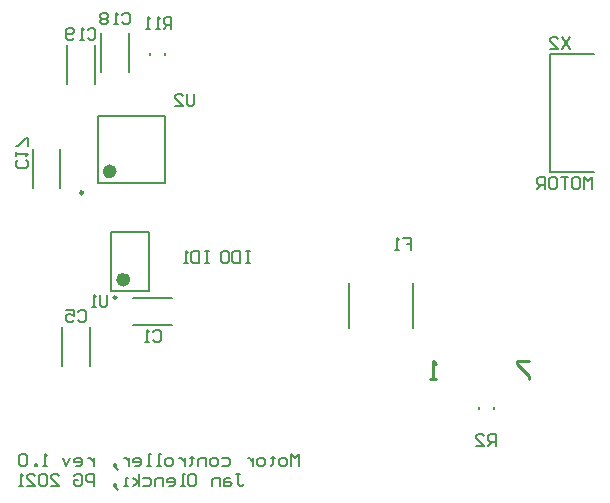
<source format=gbo>
G04*
G04 #@! TF.GenerationSoftware,Altium Limited,Altium Designer,21.4.1 (30)*
G04*
G04 Layer_Color=32896*
%FSLAX24Y24*%
%MOIN*%
G70*
G04*
G04 #@! TF.SameCoordinates,E320E570-2092-40B9-98FA-40774E7A4B3A*
G04*
G04*
G04 #@! TF.FilePolarity,Positive*
G04*
G01*
G75*
%ADD10C,0.0100*%
%ADD12C,0.0236*%
%ADD13C,0.0098*%
%ADD14C,0.0079*%
D10*
X17720Y11281D02*
X17520D01*
X17620D01*
Y11881D01*
X17720Y11781D01*
X20820Y11881D02*
X20420D01*
Y11781D01*
X20820Y11381D01*
Y11281D01*
D12*
X7402Y14606D02*
G03*
X7402Y14606I-118J0D01*
G01*
X6949Y18209D02*
G03*
X6949Y18209I-118J0D01*
G01*
D13*
X7057Y14016D02*
G03*
X7057Y14016I-49J0D01*
G01*
X5935Y17500D02*
G03*
X5935Y17500I-49J0D01*
G01*
D14*
X14795Y12982D02*
Y14498D01*
X16937Y12982D02*
Y14498D01*
X21496Y18189D02*
Y22126D01*
Y18189D02*
X22992D01*
X21496Y22126D02*
X22992D01*
X6890Y16181D02*
X8150D01*
X6890Y14213D02*
Y16181D01*
X8150Y14213D02*
Y16181D01*
X6890Y14213D02*
X8150D01*
X6544Y21515D02*
Y22816D01*
X7472Y21515D02*
Y22816D01*
X5402Y21121D02*
Y22422D01*
X6330Y21121D02*
Y22422D01*
X8179Y22097D02*
Y22155D01*
X8671Y22097D02*
Y22155D01*
X7617Y14007D02*
X8919D01*
X7617Y13079D02*
X8919D01*
X19135Y10286D02*
Y10344D01*
X19627Y10286D02*
Y10344D01*
X6172Y11711D02*
Y13013D01*
X5245Y11711D02*
Y13013D01*
X5188Y17656D02*
Y18958D01*
X4261Y17656D02*
Y18958D01*
X6437Y17815D02*
Y20059D01*
X8681Y17815D02*
Y20059D01*
X6437Y17815D02*
X8681D01*
X6437Y20059D02*
X8681D01*
X10151Y15551D02*
X10020D01*
X10085D01*
Y15157D01*
X10151D01*
X10020D01*
X9823Y15551D02*
Y15157D01*
X9626D01*
X9560Y15223D01*
Y15485D01*
X9626Y15551D01*
X9823D01*
X9429Y15157D02*
X9298D01*
X9364D01*
Y15551D01*
X9429Y15485D01*
X13133Y8391D02*
Y8784D01*
X13002Y8653D01*
X12871Y8784D01*
Y8391D01*
X12674D02*
X12543D01*
X12478Y8456D01*
Y8588D01*
X12543Y8653D01*
X12674D01*
X12740Y8588D01*
Y8456D01*
X12674Y8391D01*
X12281Y8719D02*
Y8653D01*
X12346D01*
X12215D01*
X12281D01*
Y8456D01*
X12215Y8391D01*
X11953D02*
X11822D01*
X11756Y8456D01*
Y8588D01*
X11822Y8653D01*
X11953D01*
X12018Y8588D01*
Y8456D01*
X11953Y8391D01*
X11625Y8653D02*
Y8391D01*
Y8522D01*
X11559Y8588D01*
X11494Y8653D01*
X11428D01*
X10575D02*
X10772D01*
X10838Y8588D01*
Y8456D01*
X10772Y8391D01*
X10575D01*
X10378D02*
X10247D01*
X10182Y8456D01*
Y8588D01*
X10247Y8653D01*
X10378D01*
X10444Y8588D01*
Y8456D01*
X10378Y8391D01*
X10050D02*
Y8653D01*
X9854D01*
X9788Y8588D01*
Y8391D01*
X9591Y8719D02*
Y8653D01*
X9657D01*
X9526D01*
X9591D01*
Y8456D01*
X9526Y8391D01*
X9329Y8653D02*
Y8391D01*
Y8522D01*
X9263Y8588D01*
X9198Y8653D01*
X9132D01*
X8870Y8391D02*
X8739D01*
X8673Y8456D01*
Y8588D01*
X8739Y8653D01*
X8870D01*
X8935Y8588D01*
Y8456D01*
X8870Y8391D01*
X8542D02*
X8411D01*
X8476D01*
Y8784D01*
X8542D01*
X8214Y8391D02*
X8083D01*
X8148D01*
Y8784D01*
X8214D01*
X7689Y8391D02*
X7820D01*
X7886Y8456D01*
Y8588D01*
X7820Y8653D01*
X7689D01*
X7623Y8588D01*
Y8522D01*
X7886D01*
X7492Y8653D02*
Y8391D01*
Y8522D01*
X7427Y8588D01*
X7361Y8653D01*
X7295D01*
X7033Y8325D02*
X6967Y8391D01*
Y8456D01*
X7033D01*
Y8391D01*
X6967D01*
X7033Y8325D01*
X7099Y8260D01*
X6312Y8653D02*
Y8391D01*
Y8522D01*
X6246Y8588D01*
X6180Y8653D01*
X6115D01*
X5721Y8391D02*
X5852D01*
X5918Y8456D01*
Y8588D01*
X5852Y8653D01*
X5721D01*
X5656Y8588D01*
Y8522D01*
X5918D01*
X5524Y8653D02*
X5393Y8391D01*
X5262Y8653D01*
X4737Y8391D02*
X4606D01*
X4672D01*
Y8784D01*
X4737Y8719D01*
X4409Y8391D02*
Y8456D01*
X4344D01*
Y8391D01*
X4409D01*
X4081Y8719D02*
X4016Y8784D01*
X3884D01*
X3819Y8719D01*
Y8456D01*
X3884Y8391D01*
X4016D01*
X4081Y8456D01*
Y8719D01*
X11034Y8123D02*
X11166D01*
X11100D01*
Y7795D01*
X11166Y7730D01*
X11231D01*
X11297Y7795D01*
X10838Y7992D02*
X10706D01*
X10641Y7926D01*
Y7730D01*
X10838D01*
X10903Y7795D01*
X10838Y7861D01*
X10641D01*
X10510Y7730D02*
Y7992D01*
X10313D01*
X10247Y7926D01*
Y7730D01*
X9526Y8123D02*
X9657D01*
X9723Y8058D01*
Y7795D01*
X9657Y7730D01*
X9526D01*
X9460Y7795D01*
Y8058D01*
X9526Y8123D01*
X9329Y7730D02*
X9198D01*
X9263D01*
Y8123D01*
X9329D01*
X8804Y7730D02*
X8935D01*
X9001Y7795D01*
Y7926D01*
X8935Y7992D01*
X8804D01*
X8739Y7926D01*
Y7861D01*
X9001D01*
X8607Y7730D02*
Y7992D01*
X8411D01*
X8345Y7926D01*
Y7730D01*
X7951Y7992D02*
X8148D01*
X8214Y7926D01*
Y7795D01*
X8148Y7730D01*
X7951D01*
X7820D02*
Y8123D01*
Y7861D02*
X7623Y7992D01*
X7820Y7861D02*
X7623Y7730D01*
X7427D02*
X7295D01*
X7361D01*
Y7992D01*
X7427D01*
X7033Y7664D02*
X6967Y7730D01*
Y7795D01*
X7033D01*
Y7730D01*
X6967D01*
X7033Y7664D01*
X7099Y7598D01*
X6312Y7730D02*
Y8123D01*
X6115D01*
X6049Y8058D01*
Y7926D01*
X6115Y7861D01*
X6312D01*
X5656Y8058D02*
X5721Y8123D01*
X5852D01*
X5918Y8058D01*
Y7795D01*
X5852Y7730D01*
X5721D01*
X5656Y7795D01*
Y7926D01*
X5787D01*
X4868Y7730D02*
X5131D01*
X4868Y7992D01*
Y8058D01*
X4934Y8123D01*
X5065D01*
X5131Y8058D01*
X4737D02*
X4672Y8123D01*
X4540D01*
X4475Y8058D01*
Y7795D01*
X4540Y7730D01*
X4672D01*
X4737Y7795D01*
Y8058D01*
X4081Y7730D02*
X4344D01*
X4081Y7992D01*
Y8058D01*
X4147Y8123D01*
X4278D01*
X4344Y8058D01*
X3950Y7730D02*
X3819D01*
X3884D01*
Y8123D01*
X3950Y8058D01*
X11516Y15551D02*
X11384D01*
X11450D01*
Y15157D01*
X11516D01*
X11384D01*
X11188Y15551D02*
Y15157D01*
X10991D01*
X10925Y15223D01*
Y15485D01*
X10991Y15551D01*
X11188D01*
X10794Y15485D02*
X10728Y15551D01*
X10597D01*
X10532Y15485D01*
Y15223D01*
X10597Y15157D01*
X10728D01*
X10794Y15223D01*
Y15485D01*
X22178Y22677D02*
X21916Y22284D01*
Y22677D02*
X22178Y22284D01*
X21522D02*
X21785D01*
X21522Y22546D01*
Y22612D01*
X21588Y22677D01*
X21719D01*
X21785Y22612D01*
X22913Y17638D02*
Y18031D01*
X22782Y17900D01*
X22651Y18031D01*
Y17638D01*
X22323Y18031D02*
X22454D01*
X22520Y17966D01*
Y17703D01*
X22454Y17638D01*
X22323D01*
X22257Y17703D01*
Y17966D01*
X22323Y18031D01*
X22126D02*
X21864D01*
X21995D01*
Y17638D01*
X21536Y18031D02*
X21667D01*
X21733Y17966D01*
Y17703D01*
X21667Y17638D01*
X21536D01*
X21470Y17703D01*
Y17966D01*
X21536Y18031D01*
X21339Y17638D02*
Y18031D01*
X21142D01*
X21077Y17966D01*
Y17835D01*
X21142Y17769D01*
X21339D01*
X21208D02*
X21077Y17638D01*
X8891Y22953D02*
Y23346D01*
X8694D01*
X8629Y23281D01*
Y23150D01*
X8694Y23084D01*
X8891D01*
X8760D02*
X8629Y22953D01*
X8497D02*
X8366D01*
X8432D01*
Y23346D01*
X8497Y23281D01*
X8169Y22953D02*
X8038D01*
X8104D01*
Y23346D01*
X8169Y23281D01*
X6096Y22926D02*
X6161Y22992D01*
X6293D01*
X6358Y22926D01*
Y22664D01*
X6293Y22598D01*
X6161D01*
X6096Y22664D01*
X5965Y22598D02*
X5833D01*
X5899D01*
Y22992D01*
X5965Y22926D01*
X5637Y22664D02*
X5571Y22598D01*
X5440D01*
X5374Y22664D01*
Y22926D01*
X5440Y22992D01*
X5571D01*
X5637Y22926D01*
Y22861D01*
X5571Y22795D01*
X5374D01*
X7237Y23438D02*
X7303Y23504D01*
X7434D01*
X7500Y23438D01*
Y23176D01*
X7434Y23110D01*
X7303D01*
X7237Y23176D01*
X7106Y23110D02*
X6975D01*
X7041D01*
Y23504D01*
X7106Y23438D01*
X6778D02*
X6713Y23504D01*
X6582D01*
X6516Y23438D01*
Y23373D01*
X6582Y23307D01*
X6516Y23241D01*
Y23176D01*
X6582Y23110D01*
X6713D01*
X6778Y23176D01*
Y23241D01*
X6713Y23307D01*
X6778Y23373D01*
Y23438D01*
X6713Y23307D02*
X6582D01*
X4029Y18589D02*
X4094Y18524D01*
Y18393D01*
X4029Y18327D01*
X3766D01*
X3701Y18393D01*
Y18524D01*
X3766Y18589D01*
X3701Y18721D02*
Y18852D01*
Y18786D01*
X4094D01*
X4029Y18721D01*
X4094Y19048D02*
Y19311D01*
X4029D01*
X3766Y19048D01*
X3701D01*
X9659Y20787D02*
Y20459D01*
X9593Y20394D01*
X9462D01*
X9396Y20459D01*
Y20787D01*
X9003Y20394D02*
X9265D01*
X9003Y20656D01*
Y20722D01*
X9068Y20787D01*
X9200D01*
X9265Y20722D01*
X6758Y14094D02*
Y13766D01*
X6693Y13701D01*
X6562D01*
X6496Y13766D01*
Y14094D01*
X6365Y13701D02*
X6234D01*
X6299D01*
Y14094D01*
X6365Y14029D01*
X5774Y13517D02*
X5840Y13583D01*
X5971D01*
X6037Y13517D01*
Y13255D01*
X5971Y13189D01*
X5840D01*
X5774Y13255D01*
X5381Y13583D02*
X5643D01*
Y13386D01*
X5512Y13451D01*
X5446D01*
X5381Y13386D01*
Y13255D01*
X5446Y13189D01*
X5577D01*
X5643Y13255D01*
X8268Y12848D02*
X8333Y12913D01*
X8464D01*
X8530Y12848D01*
Y12585D01*
X8464Y12520D01*
X8333D01*
X8268Y12585D01*
X8137Y12520D02*
X8005D01*
X8071D01*
Y12913D01*
X8137Y12848D01*
X19698Y9055D02*
Y9449D01*
X19501D01*
X19436Y9383D01*
Y9252D01*
X19501Y9186D01*
X19698D01*
X19567D02*
X19436Y9055D01*
X19042D02*
X19304D01*
X19042Y9318D01*
Y9383D01*
X19108Y9449D01*
X19239D01*
X19304Y9383D01*
X16614Y15984D02*
X16877D01*
Y15787D01*
X16745D01*
X16877D01*
Y15591D01*
X16483D02*
X16352D01*
X16417D01*
Y15984D01*
X16483Y15919D01*
M02*

</source>
